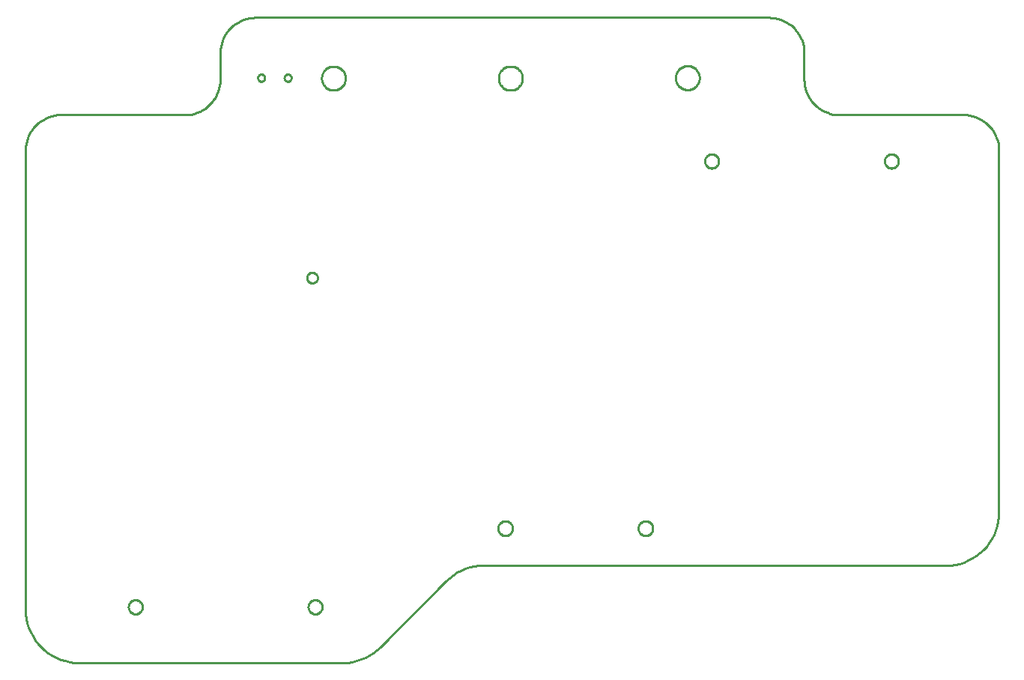
<source format=gbr>
G04 EAGLE Gerber RS-274X export*
G75*
%MOMM*%
%FSLAX34Y34*%
%LPD*%
%IN*%
%IPPOS*%
%AMOC8*
5,1,8,0,0,1.08239X$1,22.5*%
G01*
%ADD10C,0.254000*%


D10*
X308500Y585027D02*
X308728Y579803D01*
X309411Y574613D01*
X310543Y569503D01*
X312117Y564511D01*
X314119Y559674D01*
X316536Y555031D01*
X319348Y550617D01*
X322534Y546464D01*
X326070Y542604D01*
X329929Y539068D01*
X334081Y535881D01*
X338496Y533068D01*
X343138Y530651D01*
X347974Y528647D01*
X352966Y527073D01*
X358076Y525939D01*
X363266Y525256D01*
X368495Y525027D01*
X666973Y525002D01*
X667325Y525003D01*
X672547Y525259D01*
X677727Y525969D01*
X682826Y527128D01*
X687804Y528726D01*
X692624Y530753D01*
X697249Y533192D01*
X701643Y536025D01*
X705774Y539229D01*
X709610Y542782D01*
X783360Y617252D01*
X783565Y617458D01*
X787425Y620995D01*
X791577Y624181D01*
X795992Y626994D01*
X800635Y629410D01*
X805471Y631414D01*
X810463Y632988D01*
X815573Y634120D01*
X820762Y634804D01*
X825992Y635032D01*
X1348500Y635032D01*
X1353729Y635260D01*
X1358919Y635944D01*
X1364029Y637076D01*
X1369021Y638650D01*
X1373857Y640654D01*
X1378500Y643070D01*
X1382915Y645883D01*
X1387067Y649069D01*
X1390926Y652606D01*
X1394463Y656465D01*
X1397649Y660617D01*
X1400462Y665032D01*
X1402878Y669675D01*
X1404882Y674511D01*
X1406456Y679503D01*
X1407588Y684613D01*
X1408272Y689803D01*
X1408500Y695032D01*
X1408500Y1104424D01*
X1408348Y1107910D01*
X1407892Y1111370D01*
X1407137Y1114777D01*
X1406088Y1118105D01*
X1404752Y1121329D01*
X1403141Y1124424D01*
X1401266Y1127367D01*
X1399142Y1130136D01*
X1396784Y1132708D01*
X1394212Y1135066D01*
X1391443Y1137190D01*
X1388500Y1139065D01*
X1385405Y1140676D01*
X1382181Y1142012D01*
X1378853Y1143061D01*
X1375446Y1143816D01*
X1371986Y1144272D01*
X1368500Y1144424D01*
X1228500Y1144424D01*
X1225014Y1144576D01*
X1221554Y1145032D01*
X1218147Y1145787D01*
X1214819Y1146836D01*
X1211595Y1148172D01*
X1208500Y1149783D01*
X1205557Y1151658D01*
X1202789Y1153782D01*
X1200216Y1156140D01*
X1197858Y1158713D01*
X1195734Y1161481D01*
X1193859Y1164424D01*
X1192248Y1167519D01*
X1190912Y1170743D01*
X1189863Y1174071D01*
X1189108Y1177478D01*
X1188652Y1180938D01*
X1188500Y1184424D01*
X1188500Y1214424D01*
X1188348Y1217910D01*
X1187892Y1221370D01*
X1187137Y1224777D01*
X1186088Y1228105D01*
X1184752Y1231329D01*
X1183141Y1234424D01*
X1181266Y1237367D01*
X1179142Y1240136D01*
X1176784Y1242708D01*
X1174212Y1245066D01*
X1171443Y1247190D01*
X1168500Y1249065D01*
X1165405Y1250676D01*
X1162181Y1252012D01*
X1158853Y1253061D01*
X1155446Y1253816D01*
X1151986Y1254272D01*
X1148500Y1254424D01*
X568500Y1254424D01*
X565014Y1254272D01*
X561554Y1253816D01*
X558147Y1253061D01*
X554819Y1252012D01*
X551595Y1250676D01*
X548500Y1249065D01*
X545557Y1247190D01*
X542789Y1245066D01*
X540216Y1242708D01*
X537858Y1240136D01*
X535734Y1237367D01*
X533859Y1234424D01*
X532248Y1231329D01*
X530912Y1228105D01*
X529863Y1224777D01*
X529108Y1221370D01*
X528652Y1217910D01*
X528500Y1214424D01*
X528500Y1184424D01*
X528348Y1180938D01*
X527892Y1177478D01*
X527137Y1174071D01*
X526088Y1170743D01*
X524752Y1167519D01*
X523141Y1164424D01*
X521266Y1161481D01*
X519142Y1158713D01*
X516784Y1156140D01*
X514212Y1153782D01*
X511443Y1151658D01*
X508500Y1149783D01*
X505405Y1148172D01*
X502181Y1146836D01*
X498853Y1145787D01*
X495446Y1145032D01*
X491986Y1144576D01*
X488500Y1144424D01*
X348500Y1144424D01*
X345014Y1144272D01*
X341554Y1143816D01*
X338147Y1143061D01*
X334819Y1142012D01*
X331595Y1140676D01*
X328500Y1139065D01*
X325557Y1137190D01*
X322789Y1135066D01*
X320216Y1132708D01*
X317858Y1130136D01*
X315734Y1127367D01*
X313859Y1124424D01*
X312248Y1121329D01*
X310912Y1118105D01*
X309863Y1114777D01*
X309108Y1111370D01*
X308652Y1107910D01*
X308500Y1104424D01*
X308500Y585027D01*
X670200Y1185282D02*
X670131Y1184320D01*
X669994Y1183366D01*
X669789Y1182423D01*
X669517Y1181498D01*
X669180Y1180594D01*
X668780Y1179717D01*
X668318Y1178871D01*
X667796Y1178060D01*
X667218Y1177288D01*
X666587Y1176559D01*
X665905Y1175877D01*
X665176Y1175246D01*
X664404Y1174668D01*
X663593Y1174146D01*
X662747Y1173684D01*
X661870Y1173284D01*
X660966Y1172947D01*
X660041Y1172675D01*
X659099Y1172470D01*
X658144Y1172333D01*
X657182Y1172264D01*
X656218Y1172264D01*
X655256Y1172333D01*
X654302Y1172470D01*
X653359Y1172675D01*
X652434Y1172947D01*
X651530Y1173284D01*
X650653Y1173684D01*
X649807Y1174146D01*
X648996Y1174668D01*
X648224Y1175246D01*
X647495Y1175877D01*
X646813Y1176559D01*
X646182Y1177288D01*
X645604Y1178060D01*
X645082Y1178871D01*
X644620Y1179717D01*
X644220Y1180594D01*
X643883Y1181498D01*
X643611Y1182423D01*
X643406Y1183366D01*
X643269Y1184320D01*
X643200Y1185282D01*
X643200Y1186246D01*
X643269Y1187208D01*
X643406Y1188163D01*
X643611Y1189105D01*
X643883Y1190030D01*
X644220Y1190934D01*
X644620Y1191811D01*
X645082Y1192657D01*
X645604Y1193468D01*
X646182Y1194240D01*
X646813Y1194969D01*
X647495Y1195651D01*
X648224Y1196282D01*
X648996Y1196860D01*
X649807Y1197382D01*
X650653Y1197844D01*
X651530Y1198244D01*
X652434Y1198581D01*
X653359Y1198853D01*
X654302Y1199058D01*
X655256Y1199195D01*
X656218Y1199264D01*
X657182Y1199264D01*
X658144Y1199195D01*
X659099Y1199058D01*
X660041Y1198853D01*
X660966Y1198581D01*
X661870Y1198244D01*
X662747Y1197844D01*
X663593Y1197382D01*
X664404Y1196860D01*
X665176Y1196282D01*
X665905Y1195651D01*
X666587Y1194969D01*
X667218Y1194240D01*
X667796Y1193468D01*
X668318Y1192657D01*
X668780Y1191811D01*
X669180Y1190934D01*
X669517Y1190030D01*
X669789Y1189105D01*
X669994Y1188163D01*
X670131Y1187208D01*
X670200Y1186246D01*
X670200Y1185282D01*
X870160Y1185282D02*
X870091Y1184320D01*
X869954Y1183366D01*
X869749Y1182423D01*
X869477Y1181498D01*
X869140Y1180594D01*
X868740Y1179717D01*
X868278Y1178871D01*
X867756Y1178060D01*
X867178Y1177288D01*
X866547Y1176559D01*
X865865Y1175877D01*
X865136Y1175246D01*
X864364Y1174668D01*
X863553Y1174146D01*
X862707Y1173684D01*
X861830Y1173284D01*
X860926Y1172947D01*
X860001Y1172675D01*
X859059Y1172470D01*
X858104Y1172333D01*
X857142Y1172264D01*
X856178Y1172264D01*
X855216Y1172333D01*
X854262Y1172470D01*
X853319Y1172675D01*
X852394Y1172947D01*
X851490Y1173284D01*
X850613Y1173684D01*
X849767Y1174146D01*
X848956Y1174668D01*
X848184Y1175246D01*
X847455Y1175877D01*
X846773Y1176559D01*
X846142Y1177288D01*
X845564Y1178060D01*
X845042Y1178871D01*
X844580Y1179717D01*
X844180Y1180594D01*
X843843Y1181498D01*
X843571Y1182423D01*
X843366Y1183366D01*
X843229Y1184320D01*
X843160Y1185282D01*
X843160Y1186246D01*
X843229Y1187208D01*
X843366Y1188163D01*
X843571Y1189105D01*
X843843Y1190030D01*
X844180Y1190934D01*
X844580Y1191811D01*
X845042Y1192657D01*
X845564Y1193468D01*
X846142Y1194240D01*
X846773Y1194969D01*
X847455Y1195651D01*
X848184Y1196282D01*
X848956Y1196860D01*
X849767Y1197382D01*
X850613Y1197844D01*
X851490Y1198244D01*
X852394Y1198581D01*
X853319Y1198853D01*
X854262Y1199058D01*
X855216Y1199195D01*
X856178Y1199264D01*
X857142Y1199264D01*
X858104Y1199195D01*
X859059Y1199058D01*
X860001Y1198853D01*
X860926Y1198581D01*
X861830Y1198244D01*
X862707Y1197844D01*
X863553Y1197382D01*
X864364Y1196860D01*
X865136Y1196282D01*
X865865Y1195651D01*
X866547Y1194969D01*
X867178Y1194240D01*
X867756Y1193468D01*
X868278Y1192657D01*
X868740Y1191811D01*
X869140Y1190934D01*
X869477Y1190030D01*
X869749Y1189105D01*
X869954Y1188163D01*
X870091Y1187208D01*
X870160Y1186246D01*
X870160Y1185282D01*
X1070200Y1185782D02*
X1070131Y1184820D01*
X1069994Y1183866D01*
X1069789Y1182923D01*
X1069517Y1181998D01*
X1069180Y1181094D01*
X1068780Y1180217D01*
X1068318Y1179371D01*
X1067796Y1178560D01*
X1067218Y1177788D01*
X1066587Y1177059D01*
X1065905Y1176377D01*
X1065176Y1175746D01*
X1064404Y1175168D01*
X1063593Y1174646D01*
X1062747Y1174184D01*
X1061870Y1173784D01*
X1060966Y1173447D01*
X1060041Y1173175D01*
X1059099Y1172970D01*
X1058144Y1172833D01*
X1057182Y1172764D01*
X1056218Y1172764D01*
X1055256Y1172833D01*
X1054302Y1172970D01*
X1053359Y1173175D01*
X1052434Y1173447D01*
X1051530Y1173784D01*
X1050653Y1174184D01*
X1049807Y1174646D01*
X1048996Y1175168D01*
X1048224Y1175746D01*
X1047495Y1176377D01*
X1046813Y1177059D01*
X1046182Y1177788D01*
X1045604Y1178560D01*
X1045082Y1179371D01*
X1044620Y1180217D01*
X1044220Y1181094D01*
X1043883Y1181998D01*
X1043611Y1182923D01*
X1043406Y1183866D01*
X1043269Y1184820D01*
X1043200Y1185782D01*
X1043200Y1186746D01*
X1043269Y1187708D01*
X1043406Y1188663D01*
X1043611Y1189605D01*
X1043883Y1190530D01*
X1044220Y1191434D01*
X1044620Y1192311D01*
X1045082Y1193157D01*
X1045604Y1193968D01*
X1046182Y1194740D01*
X1046813Y1195469D01*
X1047495Y1196151D01*
X1048224Y1196782D01*
X1048996Y1197360D01*
X1049807Y1197882D01*
X1050653Y1198344D01*
X1051530Y1198744D01*
X1052434Y1199081D01*
X1053359Y1199353D01*
X1054302Y1199558D01*
X1055256Y1199695D01*
X1056218Y1199764D01*
X1057182Y1199764D01*
X1058144Y1199695D01*
X1059099Y1199558D01*
X1060041Y1199353D01*
X1060966Y1199081D01*
X1061870Y1198744D01*
X1062747Y1198344D01*
X1063593Y1197882D01*
X1064404Y1197360D01*
X1065176Y1196782D01*
X1065905Y1196151D01*
X1066587Y1195469D01*
X1067218Y1194740D01*
X1067796Y1193968D01*
X1068318Y1193157D01*
X1068780Y1192311D01*
X1069180Y1191434D01*
X1069517Y1190530D01*
X1069789Y1189605D01*
X1069994Y1188663D01*
X1070131Y1187708D01*
X1070200Y1186746D01*
X1070200Y1185782D01*
X1084488Y1099900D02*
X1085261Y1099824D01*
X1086022Y1099673D01*
X1086765Y1099447D01*
X1087482Y1099150D01*
X1088166Y1098784D01*
X1088812Y1098353D01*
X1089412Y1097861D01*
X1089961Y1097312D01*
X1090453Y1096712D01*
X1090884Y1096066D01*
X1091250Y1095382D01*
X1091547Y1094665D01*
X1091773Y1093922D01*
X1091924Y1093161D01*
X1092000Y1092388D01*
X1092000Y1091612D01*
X1091924Y1090839D01*
X1091773Y1090078D01*
X1091547Y1089335D01*
X1091250Y1088618D01*
X1090884Y1087934D01*
X1090453Y1087288D01*
X1089961Y1086688D01*
X1089412Y1086139D01*
X1088812Y1085647D01*
X1088166Y1085216D01*
X1087482Y1084850D01*
X1086765Y1084553D01*
X1086022Y1084328D01*
X1085261Y1084176D01*
X1084488Y1084100D01*
X1083712Y1084100D01*
X1082939Y1084176D01*
X1082178Y1084328D01*
X1081435Y1084553D01*
X1080718Y1084850D01*
X1080034Y1085216D01*
X1079388Y1085647D01*
X1078788Y1086139D01*
X1078239Y1086688D01*
X1077747Y1087288D01*
X1077316Y1087934D01*
X1076950Y1088618D01*
X1076653Y1089335D01*
X1076428Y1090078D01*
X1076276Y1090839D01*
X1076200Y1091612D01*
X1076200Y1092388D01*
X1076276Y1093161D01*
X1076428Y1093922D01*
X1076653Y1094665D01*
X1076950Y1095382D01*
X1077316Y1096066D01*
X1077747Y1096712D01*
X1078239Y1097312D01*
X1078788Y1097861D01*
X1079388Y1098353D01*
X1080034Y1098784D01*
X1080718Y1099150D01*
X1081435Y1099447D01*
X1082178Y1099673D01*
X1082939Y1099824D01*
X1083712Y1099900D01*
X1084488Y1099900D01*
X1287688Y1099900D02*
X1288461Y1099824D01*
X1289222Y1099673D01*
X1289965Y1099447D01*
X1290682Y1099150D01*
X1291366Y1098784D01*
X1292012Y1098353D01*
X1292612Y1097861D01*
X1293161Y1097312D01*
X1293653Y1096712D01*
X1294084Y1096066D01*
X1294450Y1095382D01*
X1294747Y1094665D01*
X1294973Y1093922D01*
X1295124Y1093161D01*
X1295200Y1092388D01*
X1295200Y1091612D01*
X1295124Y1090839D01*
X1294973Y1090078D01*
X1294747Y1089335D01*
X1294450Y1088618D01*
X1294084Y1087934D01*
X1293653Y1087288D01*
X1293161Y1086688D01*
X1292612Y1086139D01*
X1292012Y1085647D01*
X1291366Y1085216D01*
X1290682Y1084850D01*
X1289965Y1084553D01*
X1289222Y1084328D01*
X1288461Y1084176D01*
X1287688Y1084100D01*
X1286912Y1084100D01*
X1286139Y1084176D01*
X1285378Y1084328D01*
X1284635Y1084553D01*
X1283918Y1084850D01*
X1283234Y1085216D01*
X1282588Y1085647D01*
X1281988Y1086139D01*
X1281439Y1086688D01*
X1280947Y1087288D01*
X1280516Y1087934D01*
X1280150Y1088618D01*
X1279853Y1089335D01*
X1279628Y1090078D01*
X1279476Y1090839D01*
X1279400Y1091612D01*
X1279400Y1092388D01*
X1279476Y1093161D01*
X1279628Y1093922D01*
X1279853Y1094665D01*
X1280150Y1095382D01*
X1280516Y1096066D01*
X1280947Y1096712D01*
X1281439Y1097312D01*
X1281988Y1097861D01*
X1282588Y1098353D01*
X1283234Y1098784D01*
X1283918Y1099150D01*
X1284635Y1099447D01*
X1285378Y1099673D01*
X1286139Y1099824D01*
X1286912Y1099900D01*
X1287688Y1099900D01*
X635512Y580100D02*
X634739Y580176D01*
X633978Y580328D01*
X633235Y580553D01*
X632518Y580850D01*
X631834Y581216D01*
X631188Y581647D01*
X630588Y582139D01*
X630039Y582688D01*
X629547Y583288D01*
X629116Y583934D01*
X628750Y584618D01*
X628453Y585335D01*
X628228Y586078D01*
X628076Y586839D01*
X628000Y587612D01*
X628000Y588388D01*
X628076Y589161D01*
X628228Y589922D01*
X628453Y590665D01*
X628750Y591382D01*
X629116Y592066D01*
X629547Y592712D01*
X630039Y593312D01*
X630588Y593861D01*
X631188Y594353D01*
X631834Y594784D01*
X632518Y595150D01*
X633235Y595447D01*
X633978Y595673D01*
X634739Y595824D01*
X635512Y595900D01*
X636288Y595900D01*
X637061Y595824D01*
X637822Y595673D01*
X638565Y595447D01*
X639282Y595150D01*
X639966Y594784D01*
X640612Y594353D01*
X641212Y593861D01*
X641761Y593312D01*
X642253Y592712D01*
X642684Y592066D01*
X643050Y591382D01*
X643347Y590665D01*
X643573Y589922D01*
X643724Y589161D01*
X643800Y588388D01*
X643800Y587612D01*
X643724Y586839D01*
X643573Y586078D01*
X643347Y585335D01*
X643050Y584618D01*
X642684Y583934D01*
X642253Y583288D01*
X641761Y582688D01*
X641212Y582139D01*
X640612Y581647D01*
X639966Y581216D01*
X639282Y580850D01*
X638565Y580553D01*
X637822Y580328D01*
X637061Y580176D01*
X636288Y580100D01*
X635512Y580100D01*
X432312Y580100D02*
X431539Y580176D01*
X430778Y580328D01*
X430035Y580553D01*
X429318Y580850D01*
X428634Y581216D01*
X427988Y581647D01*
X427388Y582139D01*
X426839Y582688D01*
X426347Y583288D01*
X425916Y583934D01*
X425550Y584618D01*
X425253Y585335D01*
X425028Y586078D01*
X424876Y586839D01*
X424800Y587612D01*
X424800Y588388D01*
X424876Y589161D01*
X425028Y589922D01*
X425253Y590665D01*
X425550Y591382D01*
X425916Y592066D01*
X426347Y592712D01*
X426839Y593312D01*
X427388Y593861D01*
X427988Y594353D01*
X428634Y594784D01*
X429318Y595150D01*
X430035Y595447D01*
X430778Y595673D01*
X431539Y595824D01*
X432312Y595900D01*
X433088Y595900D01*
X433861Y595824D01*
X434622Y595673D01*
X435365Y595447D01*
X436082Y595150D01*
X436766Y594784D01*
X437412Y594353D01*
X438012Y593861D01*
X438561Y593312D01*
X439053Y592712D01*
X439484Y592066D01*
X439850Y591382D01*
X440147Y590665D01*
X440373Y589922D01*
X440524Y589161D01*
X440600Y588388D01*
X440600Y587612D01*
X440524Y586839D01*
X440373Y586078D01*
X440147Y585335D01*
X439850Y584618D01*
X439484Y583934D01*
X439053Y583288D01*
X438561Y582688D01*
X438012Y582139D01*
X437412Y581647D01*
X436766Y581216D01*
X436082Y580850D01*
X435365Y580553D01*
X434622Y580328D01*
X433861Y580176D01*
X433088Y580100D01*
X432312Y580100D01*
X632849Y966260D02*
X633519Y966185D01*
X634176Y966035D01*
X634812Y965812D01*
X635419Y965520D01*
X635990Y965161D01*
X636516Y964741D01*
X636993Y964264D01*
X637413Y963738D01*
X637772Y963167D01*
X638064Y962560D01*
X638287Y961924D01*
X638437Y961267D01*
X638512Y960597D01*
X638512Y959923D01*
X638437Y959253D01*
X638287Y958596D01*
X638064Y957960D01*
X637772Y957353D01*
X637413Y956783D01*
X636993Y956256D01*
X636516Y955779D01*
X635990Y955359D01*
X635419Y955000D01*
X634812Y954708D01*
X634176Y954485D01*
X633519Y954335D01*
X632849Y954260D01*
X632175Y954260D01*
X631505Y954335D01*
X630848Y954485D01*
X630212Y954708D01*
X629605Y955000D01*
X629035Y955359D01*
X628508Y955779D01*
X628031Y956256D01*
X627611Y956783D01*
X627252Y957353D01*
X626960Y957960D01*
X626737Y958596D01*
X626587Y959253D01*
X626512Y959923D01*
X626512Y960597D01*
X626587Y961267D01*
X626737Y961924D01*
X626960Y962560D01*
X627252Y963167D01*
X627611Y963738D01*
X628031Y964264D01*
X628508Y964741D01*
X629035Y965161D01*
X629605Y965520D01*
X630212Y965812D01*
X630848Y966035D01*
X631505Y966185D01*
X632175Y966260D01*
X632849Y966260D01*
X600936Y1186438D02*
X601004Y1186958D01*
X601140Y1187465D01*
X601341Y1187949D01*
X601603Y1188403D01*
X601922Y1188819D01*
X602293Y1189190D01*
X602709Y1189509D01*
X603163Y1189771D01*
X603647Y1189972D01*
X604154Y1190108D01*
X604674Y1190176D01*
X605198Y1190176D01*
X605718Y1190108D01*
X606225Y1189972D01*
X606709Y1189771D01*
X607163Y1189509D01*
X607579Y1189190D01*
X607950Y1188819D01*
X608269Y1188403D01*
X608531Y1187949D01*
X608732Y1187465D01*
X608868Y1186958D01*
X608936Y1186438D01*
X608936Y1185914D01*
X608868Y1185394D01*
X608732Y1184887D01*
X608531Y1184403D01*
X608269Y1183949D01*
X607950Y1183533D01*
X607579Y1183162D01*
X607163Y1182843D01*
X606709Y1182581D01*
X606225Y1182380D01*
X605718Y1182244D01*
X605198Y1182176D01*
X604674Y1182176D01*
X604154Y1182244D01*
X603647Y1182380D01*
X603163Y1182581D01*
X602709Y1182843D01*
X602293Y1183162D01*
X601922Y1183533D01*
X601603Y1183949D01*
X601341Y1184403D01*
X601140Y1184887D01*
X601004Y1185394D01*
X600936Y1185914D01*
X600936Y1186438D01*
X570936Y1186438D02*
X571004Y1186958D01*
X571140Y1187465D01*
X571341Y1187949D01*
X571603Y1188403D01*
X571922Y1188819D01*
X572293Y1189190D01*
X572709Y1189509D01*
X573163Y1189771D01*
X573647Y1189972D01*
X574154Y1190108D01*
X574674Y1190176D01*
X575198Y1190176D01*
X575718Y1190108D01*
X576225Y1189972D01*
X576709Y1189771D01*
X577163Y1189509D01*
X577579Y1189190D01*
X577950Y1188819D01*
X578269Y1188403D01*
X578531Y1187949D01*
X578732Y1187465D01*
X578868Y1186958D01*
X578936Y1186438D01*
X578936Y1185914D01*
X578868Y1185394D01*
X578732Y1184887D01*
X578531Y1184403D01*
X578269Y1183949D01*
X577950Y1183533D01*
X577579Y1183162D01*
X577163Y1182843D01*
X576709Y1182581D01*
X576225Y1182380D01*
X575718Y1182244D01*
X575198Y1182176D01*
X574674Y1182176D01*
X574154Y1182244D01*
X573647Y1182380D01*
X573163Y1182581D01*
X572709Y1182843D01*
X572293Y1183162D01*
X571922Y1183533D01*
X571603Y1183949D01*
X571341Y1184403D01*
X571140Y1184887D01*
X571004Y1185394D01*
X570936Y1185914D01*
X570936Y1186438D01*
X859000Y676595D02*
X858921Y675788D01*
X858762Y674993D01*
X858527Y674217D01*
X858217Y673468D01*
X857835Y672754D01*
X857384Y672080D01*
X856870Y671453D01*
X856297Y670880D01*
X855670Y670366D01*
X854996Y669915D01*
X854282Y669533D01*
X853533Y669223D01*
X852757Y668988D01*
X851962Y668829D01*
X851155Y668750D01*
X850345Y668750D01*
X849538Y668829D01*
X848743Y668988D01*
X847967Y669223D01*
X847218Y669533D01*
X846504Y669915D01*
X845830Y670366D01*
X845203Y670880D01*
X844630Y671453D01*
X844116Y672080D01*
X843665Y672754D01*
X843283Y673468D01*
X842973Y674217D01*
X842738Y674993D01*
X842579Y675788D01*
X842500Y676595D01*
X842500Y677405D01*
X842579Y678212D01*
X842738Y679007D01*
X842973Y679783D01*
X843283Y680532D01*
X843665Y681246D01*
X844116Y681920D01*
X844630Y682547D01*
X845203Y683120D01*
X845830Y683634D01*
X846504Y684085D01*
X847218Y684467D01*
X847967Y684777D01*
X848743Y685012D01*
X849538Y685171D01*
X850345Y685250D01*
X851155Y685250D01*
X851962Y685171D01*
X852757Y685012D01*
X853533Y684777D01*
X854282Y684467D01*
X854996Y684085D01*
X855670Y683634D01*
X856297Y683120D01*
X856870Y682547D01*
X857384Y681920D01*
X857835Y681246D01*
X858217Y680532D01*
X858527Y679783D01*
X858762Y679007D01*
X858921Y678212D01*
X859000Y677405D01*
X859000Y676595D01*
X1017500Y676595D02*
X1017421Y675788D01*
X1017262Y674993D01*
X1017027Y674217D01*
X1016717Y673468D01*
X1016335Y672754D01*
X1015884Y672080D01*
X1015370Y671453D01*
X1014797Y670880D01*
X1014170Y670366D01*
X1013496Y669915D01*
X1012782Y669533D01*
X1012033Y669223D01*
X1011257Y668988D01*
X1010462Y668829D01*
X1009655Y668750D01*
X1008845Y668750D01*
X1008038Y668829D01*
X1007243Y668988D01*
X1006467Y669223D01*
X1005718Y669533D01*
X1005004Y669915D01*
X1004330Y670366D01*
X1003703Y670880D01*
X1003130Y671453D01*
X1002616Y672080D01*
X1002165Y672754D01*
X1001783Y673468D01*
X1001473Y674217D01*
X1001238Y674993D01*
X1001079Y675788D01*
X1001000Y676595D01*
X1001000Y677405D01*
X1001079Y678212D01*
X1001238Y679007D01*
X1001473Y679783D01*
X1001783Y680532D01*
X1002165Y681246D01*
X1002616Y681920D01*
X1003130Y682547D01*
X1003703Y683120D01*
X1004330Y683634D01*
X1005004Y684085D01*
X1005718Y684467D01*
X1006467Y684777D01*
X1007243Y685012D01*
X1008038Y685171D01*
X1008845Y685250D01*
X1009655Y685250D01*
X1010462Y685171D01*
X1011257Y685012D01*
X1012033Y684777D01*
X1012782Y684467D01*
X1013496Y684085D01*
X1014170Y683634D01*
X1014797Y683120D01*
X1015370Y682547D01*
X1015884Y681920D01*
X1016335Y681246D01*
X1016717Y680532D01*
X1017027Y679783D01*
X1017262Y679007D01*
X1017421Y678212D01*
X1017500Y677405D01*
X1017500Y676595D01*
M02*

</source>
